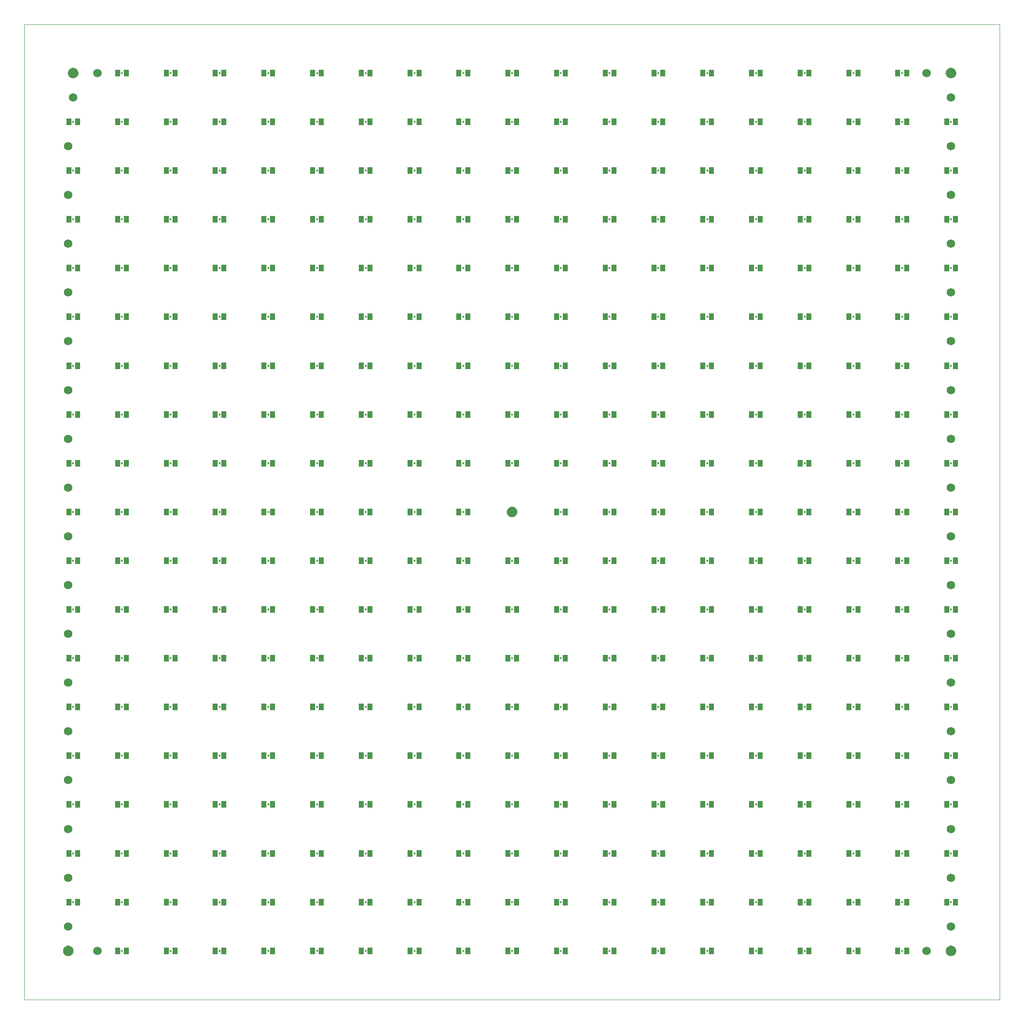
<source format=gbs>
G75*
%MOIN*%
%OFA0B0*%
%FSLAX25Y25*%
%IPPOS*%
%LPD*%
%AMOC8*
5,1,8,0,0,1.08239X$1,22.5*
%
%ADD10C,0.00000*%
%ADD11C,0.06800*%
%ADD12R,0.03950X0.05524*%
%ADD13C,0.01587*%
%ADD14C,0.00500*%
D10*
X0020779Y0001800D02*
X0020779Y0789202D01*
X0808180Y0789202D01*
X0808180Y0001800D01*
X0020779Y0001800D01*
D11*
X0056212Y0060855D03*
X0079834Y0041170D03*
X0056212Y0100225D03*
X0056212Y0139595D03*
X0056212Y0178965D03*
X0056212Y0218335D03*
X0056212Y0257706D03*
X0056212Y0297076D03*
X0056212Y0336446D03*
X0056212Y0375816D03*
X0056212Y0415186D03*
X0056212Y0454556D03*
X0056212Y0493926D03*
X0056212Y0533296D03*
X0056212Y0572666D03*
X0056212Y0612036D03*
X0056212Y0651406D03*
X0056212Y0690776D03*
X0060149Y0730146D03*
X0079834Y0749831D03*
X0749125Y0749831D03*
X0768810Y0730146D03*
X0768810Y0690776D03*
X0768810Y0651406D03*
X0768810Y0612036D03*
X0768810Y0572666D03*
X0768810Y0533296D03*
X0768810Y0493926D03*
X0768810Y0454556D03*
X0768810Y0415186D03*
X0768810Y0375816D03*
X0768810Y0336446D03*
X0768810Y0297076D03*
X0768810Y0257706D03*
X0768810Y0218335D03*
X0768810Y0178965D03*
X0768810Y0139595D03*
X0768810Y0100225D03*
X0768810Y0060855D03*
X0749125Y0041170D03*
D12*
X0732984Y0041170D03*
X0725897Y0041170D03*
X0693614Y0041170D03*
X0686527Y0041170D03*
X0654243Y0041170D03*
X0647157Y0041170D03*
X0614873Y0041170D03*
X0607787Y0041170D03*
X0575503Y0041170D03*
X0568417Y0041170D03*
X0536133Y0041170D03*
X0529047Y0041170D03*
X0496763Y0041170D03*
X0489677Y0041170D03*
X0457393Y0041170D03*
X0450306Y0041170D03*
X0418023Y0041170D03*
X0410936Y0041170D03*
X0378653Y0041170D03*
X0371566Y0041170D03*
X0339283Y0041170D03*
X0332196Y0041170D03*
X0299913Y0041170D03*
X0292826Y0041170D03*
X0260543Y0041170D03*
X0253456Y0041170D03*
X0221173Y0041170D03*
X0214086Y0041170D03*
X0181803Y0041170D03*
X0174716Y0041170D03*
X0142432Y0041170D03*
X0135346Y0041170D03*
X0103062Y0041170D03*
X0095976Y0041170D03*
X0095976Y0080540D03*
X0103062Y0080540D03*
X0135346Y0080540D03*
X0142432Y0080540D03*
X0174716Y0080540D03*
X0181803Y0080540D03*
X0214086Y0080540D03*
X0221173Y0080540D03*
X0253456Y0080540D03*
X0260543Y0080540D03*
X0292826Y0080540D03*
X0299913Y0080540D03*
X0332196Y0080540D03*
X0339283Y0080540D03*
X0371566Y0080540D03*
X0378653Y0080540D03*
X0410936Y0080540D03*
X0418023Y0080540D03*
X0450306Y0080540D03*
X0457393Y0080540D03*
X0489677Y0080540D03*
X0496763Y0080540D03*
X0529047Y0080540D03*
X0536133Y0080540D03*
X0568417Y0080540D03*
X0575503Y0080540D03*
X0607787Y0080540D03*
X0614873Y0080540D03*
X0647157Y0080540D03*
X0654243Y0080540D03*
X0686527Y0080540D03*
X0693614Y0080540D03*
X0725897Y0080540D03*
X0732984Y0080540D03*
X0765267Y0080540D03*
X0772354Y0080540D03*
X0772354Y0119910D03*
X0765267Y0119910D03*
X0732984Y0119910D03*
X0725897Y0119910D03*
X0693614Y0119910D03*
X0686527Y0119910D03*
X0654243Y0119910D03*
X0647157Y0119910D03*
X0614873Y0119910D03*
X0607787Y0119910D03*
X0575503Y0119910D03*
X0568417Y0119910D03*
X0536133Y0119910D03*
X0529047Y0119910D03*
X0496763Y0119910D03*
X0489677Y0119910D03*
X0457393Y0119910D03*
X0450306Y0119910D03*
X0418023Y0119910D03*
X0410936Y0119910D03*
X0378653Y0119910D03*
X0371566Y0119910D03*
X0339283Y0119910D03*
X0332196Y0119910D03*
X0299913Y0119910D03*
X0292826Y0119910D03*
X0260543Y0119910D03*
X0253456Y0119910D03*
X0221173Y0119910D03*
X0214086Y0119910D03*
X0181803Y0119910D03*
X0174716Y0119910D03*
X0142432Y0119910D03*
X0135346Y0119910D03*
X0103062Y0119910D03*
X0095976Y0119910D03*
X0063692Y0119910D03*
X0056606Y0119910D03*
X0056606Y0080540D03*
X0063692Y0080540D03*
X0063692Y0159280D03*
X0056606Y0159280D03*
X0095976Y0159280D03*
X0103062Y0159280D03*
X0135346Y0159280D03*
X0142432Y0159280D03*
X0174716Y0159280D03*
X0181803Y0159280D03*
X0214086Y0159280D03*
X0221173Y0159280D03*
X0253456Y0159280D03*
X0260543Y0159280D03*
X0292826Y0159280D03*
X0299913Y0159280D03*
X0332196Y0159280D03*
X0339283Y0159280D03*
X0371566Y0159280D03*
X0378653Y0159280D03*
X0410936Y0159280D03*
X0418023Y0159280D03*
X0450306Y0159280D03*
X0457393Y0159280D03*
X0489677Y0159280D03*
X0496763Y0159280D03*
X0529047Y0159280D03*
X0536133Y0159280D03*
X0568417Y0159280D03*
X0575503Y0159280D03*
X0607787Y0159280D03*
X0614873Y0159280D03*
X0647157Y0159280D03*
X0654243Y0159280D03*
X0686527Y0159280D03*
X0693614Y0159280D03*
X0725897Y0159280D03*
X0732984Y0159280D03*
X0765267Y0159280D03*
X0772354Y0159280D03*
X0772354Y0198650D03*
X0765267Y0198650D03*
X0732984Y0198650D03*
X0725897Y0198650D03*
X0693614Y0198650D03*
X0686527Y0198650D03*
X0654243Y0198650D03*
X0647157Y0198650D03*
X0614873Y0198650D03*
X0607787Y0198650D03*
X0575503Y0198650D03*
X0568417Y0198650D03*
X0536133Y0198650D03*
X0529047Y0198650D03*
X0496763Y0198650D03*
X0489677Y0198650D03*
X0457393Y0198650D03*
X0450306Y0198650D03*
X0418023Y0198650D03*
X0410936Y0198650D03*
X0378653Y0198650D03*
X0371566Y0198650D03*
X0339283Y0198650D03*
X0332196Y0198650D03*
X0299913Y0198650D03*
X0292826Y0198650D03*
X0260543Y0198650D03*
X0253456Y0198650D03*
X0221173Y0198650D03*
X0214086Y0198650D03*
X0181803Y0198650D03*
X0174716Y0198650D03*
X0142432Y0198650D03*
X0135346Y0198650D03*
X0103062Y0198650D03*
X0095976Y0198650D03*
X0063692Y0198650D03*
X0056606Y0198650D03*
X0056606Y0238020D03*
X0063692Y0238020D03*
X0095976Y0238020D03*
X0103062Y0238020D03*
X0135346Y0238020D03*
X0142432Y0238020D03*
X0174716Y0238020D03*
X0181803Y0238020D03*
X0214086Y0238020D03*
X0221173Y0238020D03*
X0253456Y0238020D03*
X0260543Y0238020D03*
X0292826Y0238020D03*
X0299913Y0238020D03*
X0332196Y0238020D03*
X0339283Y0238020D03*
X0371566Y0238020D03*
X0378653Y0238020D03*
X0410936Y0238020D03*
X0418023Y0238020D03*
X0450306Y0238020D03*
X0457393Y0238020D03*
X0489677Y0238020D03*
X0496763Y0238020D03*
X0529047Y0238020D03*
X0536133Y0238020D03*
X0568417Y0238020D03*
X0575503Y0238020D03*
X0607787Y0238020D03*
X0614873Y0238020D03*
X0647157Y0238020D03*
X0654243Y0238020D03*
X0686527Y0238020D03*
X0693614Y0238020D03*
X0725897Y0238020D03*
X0732984Y0238020D03*
X0765267Y0238020D03*
X0772354Y0238020D03*
X0772354Y0277391D03*
X0765267Y0277391D03*
X0732984Y0277391D03*
X0725897Y0277391D03*
X0693614Y0277391D03*
X0686527Y0277391D03*
X0654243Y0277391D03*
X0647157Y0277391D03*
X0614873Y0277391D03*
X0607787Y0277391D03*
X0575503Y0277391D03*
X0568417Y0277391D03*
X0536133Y0277391D03*
X0529047Y0277391D03*
X0496763Y0277391D03*
X0489677Y0277391D03*
X0457393Y0277391D03*
X0450306Y0277391D03*
X0418023Y0277391D03*
X0410936Y0277391D03*
X0378653Y0277391D03*
X0371566Y0277391D03*
X0339283Y0277391D03*
X0332196Y0277391D03*
X0299913Y0277391D03*
X0292826Y0277391D03*
X0260543Y0277391D03*
X0253456Y0277391D03*
X0221173Y0277391D03*
X0214086Y0277391D03*
X0181803Y0277391D03*
X0174716Y0277391D03*
X0142432Y0277391D03*
X0135346Y0277391D03*
X0103062Y0277391D03*
X0095976Y0277391D03*
X0063692Y0277391D03*
X0056606Y0277391D03*
X0056606Y0316761D03*
X0063692Y0316761D03*
X0095976Y0316761D03*
X0103062Y0316761D03*
X0135346Y0316761D03*
X0142432Y0316761D03*
X0174716Y0316761D03*
X0181803Y0316761D03*
X0214086Y0316761D03*
X0221173Y0316761D03*
X0253456Y0316761D03*
X0260543Y0316761D03*
X0292826Y0316761D03*
X0299913Y0316761D03*
X0332196Y0316761D03*
X0339283Y0316761D03*
X0371566Y0316761D03*
X0378653Y0316761D03*
X0410936Y0316761D03*
X0418023Y0316761D03*
X0450306Y0316761D03*
X0457393Y0316761D03*
X0489677Y0316761D03*
X0496763Y0316761D03*
X0529047Y0316761D03*
X0536133Y0316761D03*
X0568417Y0316761D03*
X0575503Y0316761D03*
X0607787Y0316761D03*
X0614873Y0316761D03*
X0647157Y0316761D03*
X0654243Y0316761D03*
X0686527Y0316761D03*
X0693614Y0316761D03*
X0725897Y0316761D03*
X0732984Y0316761D03*
X0765267Y0316761D03*
X0772354Y0316761D03*
X0772354Y0356131D03*
X0765267Y0356131D03*
X0732984Y0356131D03*
X0725897Y0356131D03*
X0693614Y0356131D03*
X0686527Y0356131D03*
X0654243Y0356131D03*
X0647157Y0356131D03*
X0614873Y0356131D03*
X0607787Y0356131D03*
X0575503Y0356131D03*
X0568417Y0356131D03*
X0536133Y0356131D03*
X0529047Y0356131D03*
X0496763Y0356131D03*
X0489677Y0356131D03*
X0457393Y0356131D03*
X0450306Y0356131D03*
X0418023Y0356131D03*
X0410936Y0356131D03*
X0378653Y0356131D03*
X0371566Y0356131D03*
X0339283Y0356131D03*
X0332196Y0356131D03*
X0299913Y0356131D03*
X0292826Y0356131D03*
X0260543Y0356131D03*
X0253456Y0356131D03*
X0221173Y0356131D03*
X0214086Y0356131D03*
X0181803Y0356131D03*
X0174716Y0356131D03*
X0142432Y0356131D03*
X0135346Y0356131D03*
X0103062Y0356131D03*
X0095976Y0356131D03*
X0063692Y0356131D03*
X0056606Y0356131D03*
X0056606Y0395501D03*
X0063692Y0395501D03*
X0095976Y0395501D03*
X0103062Y0395501D03*
X0135346Y0395501D03*
X0142432Y0395501D03*
X0174716Y0395501D03*
X0181803Y0395501D03*
X0214086Y0395501D03*
X0221173Y0395501D03*
X0253456Y0395501D03*
X0260543Y0395501D03*
X0292826Y0395501D03*
X0299913Y0395501D03*
X0332196Y0395501D03*
X0339283Y0395501D03*
X0371566Y0395501D03*
X0378653Y0395501D03*
X0378653Y0434871D03*
X0371566Y0434871D03*
X0339283Y0434871D03*
X0332196Y0434871D03*
X0299913Y0434871D03*
X0292826Y0434871D03*
X0260543Y0434871D03*
X0253456Y0434871D03*
X0221173Y0434871D03*
X0214086Y0434871D03*
X0181803Y0434871D03*
X0174716Y0434871D03*
X0142432Y0434871D03*
X0135346Y0434871D03*
X0103062Y0434871D03*
X0095976Y0434871D03*
X0063692Y0434871D03*
X0056606Y0434871D03*
X0056606Y0474241D03*
X0063692Y0474241D03*
X0095976Y0474241D03*
X0103062Y0474241D03*
X0135346Y0474241D03*
X0142432Y0474241D03*
X0174716Y0474241D03*
X0181803Y0474241D03*
X0214086Y0474241D03*
X0221173Y0474241D03*
X0253456Y0474241D03*
X0260543Y0474241D03*
X0292826Y0474241D03*
X0299913Y0474241D03*
X0332196Y0474241D03*
X0339283Y0474241D03*
X0371566Y0474241D03*
X0378653Y0474241D03*
X0410936Y0474241D03*
X0418023Y0474241D03*
X0450306Y0474241D03*
X0457393Y0474241D03*
X0489677Y0474241D03*
X0496763Y0474241D03*
X0529047Y0474241D03*
X0536133Y0474241D03*
X0568417Y0474241D03*
X0575503Y0474241D03*
X0607787Y0474241D03*
X0614873Y0474241D03*
X0647157Y0474241D03*
X0654243Y0474241D03*
X0686527Y0474241D03*
X0693614Y0474241D03*
X0725897Y0474241D03*
X0732984Y0474241D03*
X0765267Y0474241D03*
X0772354Y0474241D03*
X0772354Y0513611D03*
X0765267Y0513611D03*
X0732984Y0513611D03*
X0725897Y0513611D03*
X0693614Y0513611D03*
X0686527Y0513611D03*
X0654243Y0513611D03*
X0647157Y0513611D03*
X0614873Y0513611D03*
X0607787Y0513611D03*
X0575503Y0513611D03*
X0568417Y0513611D03*
X0536133Y0513611D03*
X0529047Y0513611D03*
X0496763Y0513611D03*
X0489677Y0513611D03*
X0457393Y0513611D03*
X0450306Y0513611D03*
X0418023Y0513611D03*
X0410936Y0513611D03*
X0378653Y0513611D03*
X0371566Y0513611D03*
X0339283Y0513611D03*
X0332196Y0513611D03*
X0299913Y0513611D03*
X0292826Y0513611D03*
X0260543Y0513611D03*
X0253456Y0513611D03*
X0221173Y0513611D03*
X0214086Y0513611D03*
X0181803Y0513611D03*
X0174716Y0513611D03*
X0142432Y0513611D03*
X0135346Y0513611D03*
X0103062Y0513611D03*
X0095976Y0513611D03*
X0063692Y0513611D03*
X0056606Y0513611D03*
X0056606Y0552981D03*
X0063692Y0552981D03*
X0095976Y0552981D03*
X0103062Y0552981D03*
X0135346Y0552981D03*
X0142432Y0552981D03*
X0174716Y0552981D03*
X0181803Y0552981D03*
X0214086Y0552981D03*
X0221173Y0552981D03*
X0253456Y0552981D03*
X0260543Y0552981D03*
X0292826Y0552981D03*
X0299913Y0552981D03*
X0332196Y0552981D03*
X0339283Y0552981D03*
X0371566Y0552981D03*
X0378653Y0552981D03*
X0410936Y0552981D03*
X0418023Y0552981D03*
X0450306Y0552981D03*
X0457393Y0552981D03*
X0489677Y0552981D03*
X0496763Y0552981D03*
X0529047Y0552981D03*
X0536133Y0552981D03*
X0568417Y0552981D03*
X0575503Y0552981D03*
X0607787Y0552981D03*
X0614873Y0552981D03*
X0647157Y0552981D03*
X0654243Y0552981D03*
X0686527Y0552981D03*
X0693614Y0552981D03*
X0725897Y0552981D03*
X0732984Y0552981D03*
X0765267Y0552981D03*
X0772354Y0552981D03*
X0772354Y0592351D03*
X0765267Y0592351D03*
X0732984Y0592351D03*
X0725897Y0592351D03*
X0693614Y0592351D03*
X0686527Y0592351D03*
X0654243Y0592351D03*
X0647157Y0592351D03*
X0614873Y0592351D03*
X0607787Y0592351D03*
X0575503Y0592351D03*
X0568417Y0592351D03*
X0536133Y0592351D03*
X0529047Y0592351D03*
X0496763Y0592351D03*
X0489677Y0592351D03*
X0457393Y0592351D03*
X0450306Y0592351D03*
X0418023Y0592351D03*
X0410936Y0592351D03*
X0378653Y0592351D03*
X0371566Y0592351D03*
X0339283Y0592351D03*
X0332196Y0592351D03*
X0299913Y0592351D03*
X0292826Y0592351D03*
X0260543Y0592351D03*
X0253456Y0592351D03*
X0221173Y0592351D03*
X0214086Y0592351D03*
X0181803Y0592351D03*
X0174716Y0592351D03*
X0142432Y0592351D03*
X0135346Y0592351D03*
X0103062Y0592351D03*
X0095976Y0592351D03*
X0063692Y0592351D03*
X0056606Y0592351D03*
X0056606Y0631721D03*
X0063692Y0631721D03*
X0095976Y0631721D03*
X0103062Y0631721D03*
X0135346Y0631721D03*
X0142432Y0631721D03*
X0174716Y0631721D03*
X0181803Y0631721D03*
X0214086Y0631721D03*
X0221173Y0631721D03*
X0253456Y0631721D03*
X0260543Y0631721D03*
X0292826Y0631721D03*
X0299913Y0631721D03*
X0332196Y0631721D03*
X0339283Y0631721D03*
X0371566Y0631721D03*
X0378653Y0631721D03*
X0410936Y0631721D03*
X0418023Y0631721D03*
X0450306Y0631721D03*
X0457393Y0631721D03*
X0489677Y0631721D03*
X0496763Y0631721D03*
X0529047Y0631721D03*
X0536133Y0631721D03*
X0568417Y0631721D03*
X0575503Y0631721D03*
X0607787Y0631721D03*
X0614873Y0631721D03*
X0647157Y0631721D03*
X0654243Y0631721D03*
X0686527Y0631721D03*
X0693614Y0631721D03*
X0725897Y0631721D03*
X0732984Y0631721D03*
X0765267Y0631721D03*
X0772354Y0631721D03*
X0772354Y0671091D03*
X0765267Y0671091D03*
X0732984Y0671091D03*
X0725897Y0671091D03*
X0693614Y0671091D03*
X0686527Y0671091D03*
X0654243Y0671091D03*
X0647157Y0671091D03*
X0614873Y0671091D03*
X0607787Y0671091D03*
X0575503Y0671091D03*
X0568417Y0671091D03*
X0536133Y0671091D03*
X0529047Y0671091D03*
X0496763Y0671091D03*
X0489677Y0671091D03*
X0457393Y0671091D03*
X0450306Y0671091D03*
X0418023Y0671091D03*
X0410936Y0671091D03*
X0378653Y0671091D03*
X0371566Y0671091D03*
X0339283Y0671091D03*
X0332196Y0671091D03*
X0299913Y0671091D03*
X0292826Y0671091D03*
X0260543Y0671091D03*
X0253456Y0671091D03*
X0221173Y0671091D03*
X0214086Y0671091D03*
X0181803Y0671091D03*
X0174716Y0671091D03*
X0142432Y0671091D03*
X0135346Y0671091D03*
X0103062Y0671091D03*
X0095976Y0671091D03*
X0063692Y0671091D03*
X0056606Y0671091D03*
X0056606Y0710461D03*
X0063692Y0710461D03*
X0095976Y0710461D03*
X0103062Y0710461D03*
X0135346Y0710461D03*
X0142432Y0710461D03*
X0174716Y0710461D03*
X0181803Y0710461D03*
X0214086Y0710461D03*
X0221173Y0710461D03*
X0253456Y0710461D03*
X0260543Y0710461D03*
X0292826Y0710461D03*
X0299913Y0710461D03*
X0332196Y0710461D03*
X0339283Y0710461D03*
X0371566Y0710461D03*
X0378653Y0710461D03*
X0410936Y0710461D03*
X0418023Y0710461D03*
X0450306Y0710461D03*
X0457393Y0710461D03*
X0489677Y0710461D03*
X0496763Y0710461D03*
X0529047Y0710461D03*
X0536133Y0710461D03*
X0568417Y0710461D03*
X0575503Y0710461D03*
X0607787Y0710461D03*
X0614873Y0710461D03*
X0647157Y0710461D03*
X0654243Y0710461D03*
X0686527Y0710461D03*
X0693614Y0710461D03*
X0725897Y0710461D03*
X0732984Y0710461D03*
X0765267Y0710461D03*
X0772354Y0710461D03*
X0732984Y0749831D03*
X0725897Y0749831D03*
X0693614Y0749831D03*
X0686527Y0749831D03*
X0654243Y0749831D03*
X0647157Y0749831D03*
X0614873Y0749831D03*
X0607787Y0749831D03*
X0575503Y0749831D03*
X0568417Y0749831D03*
X0536133Y0749831D03*
X0529047Y0749831D03*
X0496763Y0749831D03*
X0489677Y0749831D03*
X0457393Y0749831D03*
X0450306Y0749831D03*
X0418023Y0749831D03*
X0410936Y0749831D03*
X0378653Y0749831D03*
X0371566Y0749831D03*
X0339283Y0749831D03*
X0332196Y0749831D03*
X0299913Y0749831D03*
X0292826Y0749831D03*
X0260543Y0749831D03*
X0253456Y0749831D03*
X0221173Y0749831D03*
X0214086Y0749831D03*
X0181803Y0749831D03*
X0174716Y0749831D03*
X0142432Y0749831D03*
X0135346Y0749831D03*
X0103062Y0749831D03*
X0095976Y0749831D03*
X0410936Y0434871D03*
X0418023Y0434871D03*
X0450306Y0434871D03*
X0457393Y0434871D03*
X0489677Y0434871D03*
X0496763Y0434871D03*
X0529047Y0434871D03*
X0536133Y0434871D03*
X0568417Y0434871D03*
X0575503Y0434871D03*
X0607787Y0434871D03*
X0614873Y0434871D03*
X0647157Y0434871D03*
X0654243Y0434871D03*
X0686527Y0434871D03*
X0693614Y0434871D03*
X0725897Y0434871D03*
X0732984Y0434871D03*
X0765267Y0434871D03*
X0772354Y0434871D03*
X0772354Y0395501D03*
X0765267Y0395501D03*
X0732984Y0395501D03*
X0725897Y0395501D03*
X0693614Y0395501D03*
X0686527Y0395501D03*
X0654243Y0395501D03*
X0647157Y0395501D03*
X0614873Y0395501D03*
X0607787Y0395501D03*
X0575503Y0395501D03*
X0568417Y0395501D03*
X0536133Y0395501D03*
X0529047Y0395501D03*
X0496763Y0395501D03*
X0489677Y0395501D03*
X0457393Y0395501D03*
X0450306Y0395501D03*
D13*
X0453850Y0395501D03*
X0493220Y0395501D03*
X0493220Y0434871D03*
X0453850Y0434871D03*
X0453850Y0474241D03*
X0493220Y0474241D03*
X0532590Y0474241D03*
X0571960Y0474241D03*
X0571960Y0513611D03*
X0611330Y0513611D03*
X0611330Y0474241D03*
X0611330Y0434871D03*
X0611330Y0395501D03*
X0571960Y0395501D03*
X0571960Y0434871D03*
X0532590Y0434871D03*
X0532590Y0395501D03*
X0532590Y0356131D03*
X0571960Y0356131D03*
X0611330Y0356131D03*
X0650700Y0356131D03*
X0650700Y0395501D03*
X0650700Y0434871D03*
X0650700Y0474241D03*
X0650700Y0513611D03*
X0650700Y0552981D03*
X0611330Y0552981D03*
X0571960Y0552981D03*
X0532590Y0552981D03*
X0532590Y0513611D03*
X0493220Y0513611D03*
X0453850Y0513611D03*
X0453850Y0552981D03*
X0493220Y0552981D03*
X0493220Y0592351D03*
X0453850Y0592351D03*
X0453850Y0631721D03*
X0493220Y0631721D03*
X0532590Y0631721D03*
X0532590Y0592351D03*
X0571960Y0592351D03*
X0611330Y0592351D03*
X0650700Y0592351D03*
X0690070Y0592351D03*
X0690070Y0552981D03*
X0690070Y0513611D03*
X0690070Y0474241D03*
X0690070Y0434871D03*
X0690070Y0395501D03*
X0690070Y0356131D03*
X0729440Y0356131D03*
X0768810Y0356131D03*
X0768810Y0395501D03*
X0729440Y0395501D03*
X0729440Y0434871D03*
X0768810Y0434871D03*
X0768810Y0474241D03*
X0729440Y0474241D03*
X0729440Y0513611D03*
X0768810Y0513611D03*
X0768810Y0552981D03*
X0729440Y0552981D03*
X0729440Y0592351D03*
X0768810Y0592351D03*
X0768810Y0631721D03*
X0729440Y0631721D03*
X0690070Y0631721D03*
X0650700Y0631721D03*
X0611330Y0631721D03*
X0571960Y0631721D03*
X0571960Y0671091D03*
X0611330Y0671091D03*
X0650700Y0671091D03*
X0690070Y0671091D03*
X0729440Y0671091D03*
X0768810Y0671091D03*
X0768810Y0710461D03*
X0729440Y0710461D03*
X0690070Y0710461D03*
X0650700Y0710461D03*
X0611330Y0710461D03*
X0571960Y0710461D03*
X0532590Y0710461D03*
X0532590Y0671091D03*
X0493220Y0671091D03*
X0453850Y0671091D03*
X0414480Y0671091D03*
X0414480Y0631721D03*
X0414480Y0592351D03*
X0414480Y0552981D03*
X0414480Y0513611D03*
X0414480Y0474241D03*
X0414480Y0434871D03*
X0375110Y0434871D03*
X0375110Y0395501D03*
X0375110Y0356131D03*
X0414480Y0356131D03*
X0453850Y0356131D03*
X0493220Y0356131D03*
X0493220Y0316761D03*
X0453850Y0316761D03*
X0414480Y0316761D03*
X0375110Y0316761D03*
X0375110Y0277391D03*
X0414480Y0277391D03*
X0453850Y0277391D03*
X0493220Y0277391D03*
X0532590Y0277391D03*
X0532590Y0316761D03*
X0571960Y0316761D03*
X0611330Y0316761D03*
X0650700Y0316761D03*
X0690070Y0316761D03*
X0729440Y0316761D03*
X0768810Y0316761D03*
X0768810Y0277391D03*
X0729440Y0277391D03*
X0690070Y0277391D03*
X0650700Y0277391D03*
X0611330Y0277391D03*
X0571960Y0277391D03*
X0571960Y0238020D03*
X0571960Y0198650D03*
X0571960Y0159280D03*
X0571960Y0119910D03*
X0571960Y0080540D03*
X0571960Y0041170D03*
X0611330Y0041170D03*
X0611330Y0080540D03*
X0650700Y0080540D03*
X0650700Y0041170D03*
X0690070Y0041170D03*
X0690070Y0080540D03*
X0690070Y0119910D03*
X0650700Y0119910D03*
X0611330Y0119910D03*
X0611330Y0159280D03*
X0650700Y0159280D03*
X0690070Y0159280D03*
X0729440Y0159280D03*
X0768810Y0159280D03*
X0768810Y0119910D03*
X0729440Y0119910D03*
X0729440Y0080540D03*
X0768810Y0080540D03*
X0729440Y0041170D03*
X0729440Y0198650D03*
X0768810Y0198650D03*
X0768810Y0238020D03*
X0729440Y0238020D03*
X0690070Y0238020D03*
X0690070Y0198650D03*
X0650700Y0198650D03*
X0611330Y0198650D03*
X0611330Y0238020D03*
X0650700Y0238020D03*
X0532590Y0238020D03*
X0532590Y0198650D03*
X0532590Y0159280D03*
X0532590Y0119910D03*
X0532590Y0080540D03*
X0532590Y0041170D03*
X0493220Y0041170D03*
X0453850Y0041170D03*
X0453850Y0080540D03*
X0493220Y0080540D03*
X0493220Y0119910D03*
X0453850Y0119910D03*
X0453850Y0159280D03*
X0493220Y0159280D03*
X0493220Y0198650D03*
X0453850Y0198650D03*
X0414480Y0198650D03*
X0414480Y0159280D03*
X0414480Y0119910D03*
X0414480Y0080540D03*
X0414480Y0041170D03*
X0375110Y0041170D03*
X0375110Y0080540D03*
X0375110Y0119910D03*
X0375110Y0159280D03*
X0375110Y0198650D03*
X0375110Y0238020D03*
X0414480Y0238020D03*
X0453850Y0238020D03*
X0493220Y0238020D03*
X0335740Y0238020D03*
X0335740Y0198650D03*
X0335740Y0159280D03*
X0335740Y0119910D03*
X0335740Y0080540D03*
X0335740Y0041170D03*
X0296369Y0041170D03*
X0256999Y0041170D03*
X0217629Y0041170D03*
X0178259Y0041170D03*
X0138889Y0041170D03*
X0099519Y0041170D03*
X0099519Y0080540D03*
X0060149Y0080540D03*
X0060149Y0119910D03*
X0099519Y0119910D03*
X0138889Y0119910D03*
X0138889Y0080540D03*
X0178259Y0080540D03*
X0217629Y0080540D03*
X0217629Y0119910D03*
X0178259Y0119910D03*
X0178259Y0159280D03*
X0217629Y0159280D03*
X0256999Y0159280D03*
X0256999Y0119910D03*
X0256999Y0080540D03*
X0296369Y0080540D03*
X0296369Y0119910D03*
X0296369Y0159280D03*
X0296369Y0198650D03*
X0256999Y0198650D03*
X0217629Y0198650D03*
X0178259Y0198650D03*
X0138889Y0198650D03*
X0138889Y0159280D03*
X0099519Y0159280D03*
X0060149Y0159280D03*
X0060149Y0198650D03*
X0099519Y0198650D03*
X0099519Y0238020D03*
X0060149Y0238020D03*
X0060149Y0277391D03*
X0060149Y0316761D03*
X0060149Y0356131D03*
X0060149Y0395501D03*
X0060149Y0434871D03*
X0060149Y0474241D03*
X0060149Y0513611D03*
X0099519Y0513611D03*
X0099519Y0474241D03*
X0099519Y0434871D03*
X0099519Y0395501D03*
X0138889Y0395501D03*
X0138889Y0434871D03*
X0138889Y0474241D03*
X0138889Y0513611D03*
X0138889Y0552981D03*
X0099519Y0552981D03*
X0060149Y0552981D03*
X0060149Y0592351D03*
X0099519Y0592351D03*
X0138889Y0592351D03*
X0178259Y0592351D03*
X0217629Y0592351D03*
X0217629Y0552981D03*
X0178259Y0552981D03*
X0178259Y0513611D03*
X0217629Y0513611D03*
X0217629Y0474241D03*
X0178259Y0474241D03*
X0178259Y0434871D03*
X0178259Y0395501D03*
X0217629Y0395501D03*
X0217629Y0434871D03*
X0256999Y0434871D03*
X0256999Y0395501D03*
X0256999Y0356131D03*
X0217629Y0356131D03*
X0178259Y0356131D03*
X0138889Y0356131D03*
X0099519Y0356131D03*
X0099519Y0316761D03*
X0138889Y0316761D03*
X0178259Y0316761D03*
X0217629Y0316761D03*
X0256999Y0316761D03*
X0296369Y0316761D03*
X0296369Y0356131D03*
X0296369Y0395501D03*
X0296369Y0434871D03*
X0296369Y0474241D03*
X0256999Y0474241D03*
X0256999Y0513611D03*
X0256999Y0552981D03*
X0256999Y0592351D03*
X0256999Y0631721D03*
X0217629Y0631721D03*
X0178259Y0631721D03*
X0138889Y0631721D03*
X0099519Y0631721D03*
X0060149Y0631721D03*
X0060149Y0671091D03*
X0099519Y0671091D03*
X0138889Y0671091D03*
X0178259Y0671091D03*
X0217629Y0671091D03*
X0256999Y0671091D03*
X0256999Y0710461D03*
X0217629Y0710461D03*
X0178259Y0710461D03*
X0138889Y0710461D03*
X0099519Y0710461D03*
X0060149Y0710461D03*
X0099519Y0749831D03*
X0138889Y0749831D03*
X0178259Y0749831D03*
X0217629Y0749831D03*
X0256999Y0749831D03*
X0296369Y0749831D03*
X0296369Y0710461D03*
X0296369Y0671091D03*
X0296369Y0631721D03*
X0296369Y0592351D03*
X0296369Y0552981D03*
X0296369Y0513611D03*
X0335740Y0513611D03*
X0375110Y0513611D03*
X0375110Y0474241D03*
X0335740Y0474241D03*
X0335740Y0434871D03*
X0335740Y0395501D03*
X0335740Y0356131D03*
X0335740Y0316761D03*
X0335740Y0277391D03*
X0296369Y0277391D03*
X0256999Y0277391D03*
X0217629Y0277391D03*
X0178259Y0277391D03*
X0138889Y0277391D03*
X0099519Y0277391D03*
X0138889Y0238020D03*
X0178259Y0238020D03*
X0217629Y0238020D03*
X0256999Y0238020D03*
X0296369Y0238020D03*
X0335740Y0552981D03*
X0375110Y0552981D03*
X0375110Y0592351D03*
X0375110Y0631721D03*
X0375110Y0671091D03*
X0375110Y0710461D03*
X0414480Y0710461D03*
X0453850Y0710461D03*
X0493220Y0710461D03*
X0493220Y0749831D03*
X0453850Y0749831D03*
X0414480Y0749831D03*
X0375110Y0749831D03*
X0335740Y0749831D03*
X0335740Y0710461D03*
X0335740Y0671091D03*
X0335740Y0631721D03*
X0335740Y0592351D03*
X0532590Y0749831D03*
X0571960Y0749831D03*
X0611330Y0749831D03*
X0650700Y0749831D03*
X0690070Y0749831D03*
X0729440Y0749831D03*
D14*
X0764873Y0749831D02*
X0764933Y0750515D01*
X0765111Y0751178D01*
X0765401Y0751800D01*
X0765794Y0752362D01*
X0766280Y0752847D01*
X0766842Y0753241D01*
X0767464Y0753531D01*
X0768127Y0753709D01*
X0768810Y0753769D01*
X0769494Y0753709D01*
X0770157Y0753531D01*
X0770779Y0753241D01*
X0771341Y0752847D01*
X0771826Y0752362D01*
X0772220Y0751800D01*
X0772510Y0751178D01*
X0772688Y0750515D01*
X0772747Y0749831D01*
X0772688Y0749148D01*
X0772510Y0748485D01*
X0772220Y0747863D01*
X0771826Y0747301D01*
X0771341Y0746816D01*
X0770779Y0746422D01*
X0770157Y0746132D01*
X0769494Y0745954D01*
X0768810Y0745894D01*
X0768127Y0745954D01*
X0767464Y0746132D01*
X0766842Y0746422D01*
X0766280Y0746816D01*
X0765794Y0747301D01*
X0765401Y0747863D01*
X0765111Y0748485D01*
X0764933Y0749148D01*
X0764873Y0749831D01*
X0764883Y0749942D02*
X0772738Y0749942D01*
X0772713Y0749444D02*
X0764907Y0749444D01*
X0764987Y0748945D02*
X0772633Y0748945D01*
X0772492Y0748447D02*
X0765129Y0748447D01*
X0765361Y0747948D02*
X0772260Y0747948D01*
X0771931Y0747450D02*
X0765690Y0747450D01*
X0766144Y0746951D02*
X0771477Y0746951D01*
X0770823Y0746453D02*
X0766798Y0746453D01*
X0768127Y0745954D02*
X0769493Y0745954D01*
X0772694Y0750441D02*
X0764927Y0750441D01*
X0765047Y0750939D02*
X0772574Y0750939D01*
X0772389Y0751438D02*
X0765232Y0751438D01*
X0765496Y0751936D02*
X0772124Y0751936D01*
X0771754Y0752435D02*
X0765867Y0752435D01*
X0766403Y0752933D02*
X0771218Y0752933D01*
X0770370Y0753432D02*
X0767251Y0753432D01*
X0417010Y0398517D02*
X0417496Y0398031D01*
X0417889Y0397469D01*
X0418179Y0396847D01*
X0418357Y0396184D01*
X0418417Y0395501D01*
X0410543Y0395501D01*
X0410602Y0396184D01*
X0410780Y0396847D01*
X0411070Y0397469D01*
X0411464Y0398031D01*
X0411949Y0398517D01*
X0412511Y0398910D01*
X0413133Y0399200D01*
X0413796Y0399378D01*
X0414480Y0399438D01*
X0415163Y0399378D01*
X0415826Y0399200D01*
X0416448Y0398910D01*
X0417010Y0398517D01*
X0417035Y0398492D02*
X0411924Y0398492D01*
X0411437Y0397993D02*
X0417522Y0397993D01*
X0417871Y0397495D02*
X0411088Y0397495D01*
X0410850Y0396996D02*
X0418110Y0396996D01*
X0418273Y0396498D02*
X0410686Y0396498D01*
X0410586Y0395999D02*
X0418373Y0395999D01*
X0418417Y0395501D02*
X0418357Y0394817D01*
X0418179Y0394154D01*
X0417889Y0393532D01*
X0417496Y0392970D01*
X0417010Y0392485D01*
X0416448Y0392091D01*
X0415826Y0391801D01*
X0415163Y0391624D01*
X0414480Y0391564D01*
X0413796Y0391624D01*
X0413133Y0391801D01*
X0412511Y0392091D01*
X0411949Y0392485D01*
X0411464Y0392970D01*
X0411070Y0393532D01*
X0410780Y0394154D01*
X0410602Y0394817D01*
X0410543Y0395501D01*
X0410586Y0395002D02*
X0418373Y0395002D01*
X0418273Y0394504D02*
X0410686Y0394504D01*
X0410850Y0394005D02*
X0418110Y0394005D01*
X0417871Y0393507D02*
X0411088Y0393507D01*
X0411437Y0393008D02*
X0417522Y0393008D01*
X0417035Y0392510D02*
X0411924Y0392510D01*
X0412683Y0392011D02*
X0416277Y0392011D01*
X0416277Y0398990D02*
X0412683Y0398990D01*
X0063165Y0747301D02*
X0062680Y0746816D01*
X0062117Y0746422D01*
X0061495Y0746132D01*
X0060833Y0745954D01*
X0060149Y0745894D01*
X0059465Y0745954D01*
X0058802Y0746132D01*
X0058180Y0746422D01*
X0057618Y0746816D01*
X0057133Y0747301D01*
X0056739Y0747863D01*
X0056449Y0748485D01*
X0056272Y0749148D01*
X0056212Y0749831D01*
X0056272Y0750515D01*
X0056449Y0751178D01*
X0056739Y0751800D01*
X0057133Y0752362D01*
X0057618Y0752847D01*
X0058180Y0753241D01*
X0058802Y0753531D01*
X0059465Y0753709D01*
X0060149Y0753769D01*
X0060833Y0753709D01*
X0061495Y0753531D01*
X0062117Y0753241D01*
X0062680Y0752847D01*
X0063165Y0752362D01*
X0063559Y0751800D01*
X0063849Y0751178D01*
X0064026Y0750515D01*
X0064086Y0749831D01*
X0064026Y0749148D01*
X0063849Y0748485D01*
X0063559Y0747863D01*
X0063165Y0747301D01*
X0063269Y0747450D02*
X0057029Y0747450D01*
X0056700Y0747948D02*
X0063598Y0747948D01*
X0063831Y0748447D02*
X0056467Y0748447D01*
X0056326Y0748945D02*
X0063972Y0748945D01*
X0064052Y0749444D02*
X0056246Y0749444D01*
X0056222Y0749942D02*
X0064076Y0749942D01*
X0064033Y0750441D02*
X0056265Y0750441D01*
X0056385Y0750939D02*
X0063912Y0750939D01*
X0063727Y0751438D02*
X0056571Y0751438D01*
X0056835Y0751936D02*
X0063463Y0751936D01*
X0063092Y0752435D02*
X0057206Y0752435D01*
X0057741Y0752933D02*
X0062557Y0752933D01*
X0061708Y0753432D02*
X0058590Y0753432D01*
X0057483Y0746951D02*
X0062815Y0746951D01*
X0062161Y0746453D02*
X0058136Y0746453D01*
X0059466Y0745954D02*
X0060832Y0745954D01*
X0056212Y0045107D02*
X0056896Y0045047D01*
X0057558Y0044870D01*
X0058180Y0044580D01*
X0058743Y0044186D01*
X0059228Y0043701D01*
X0059622Y0043139D01*
X0059912Y0042517D01*
X0060089Y0041854D01*
X0060149Y0041170D01*
X0060089Y0040486D01*
X0059912Y0039824D01*
X0059622Y0039202D01*
X0059228Y0038639D01*
X0058743Y0038154D01*
X0058180Y0037761D01*
X0057558Y0037470D01*
X0056896Y0037293D01*
X0056212Y0037233D01*
X0055528Y0037293D01*
X0054865Y0037470D01*
X0054243Y0037761D01*
X0053681Y0038154D01*
X0053196Y0038639D01*
X0052802Y0039202D01*
X0052512Y0039824D01*
X0052335Y0040486D01*
X0052275Y0041170D01*
X0052335Y0041854D01*
X0052512Y0042517D01*
X0052802Y0043139D01*
X0053196Y0043701D01*
X0053681Y0044186D01*
X0054243Y0044580D01*
X0054865Y0044870D01*
X0055528Y0045047D01*
X0056212Y0045107D01*
X0055529Y0045047D02*
X0056895Y0045047D01*
X0058224Y0044549D02*
X0054199Y0044549D01*
X0053546Y0044050D02*
X0058878Y0044050D01*
X0059332Y0043552D02*
X0053092Y0043552D01*
X0052763Y0043053D02*
X0059661Y0043053D01*
X0059894Y0042555D02*
X0052530Y0042555D01*
X0052389Y0042056D02*
X0060035Y0042056D01*
X0060115Y0041558D02*
X0052309Y0041558D01*
X0052285Y0041059D02*
X0060139Y0041059D01*
X0060096Y0040561D02*
X0052328Y0040561D01*
X0052448Y0040062D02*
X0059975Y0040062D01*
X0059790Y0039564D02*
X0052634Y0039564D01*
X0052898Y0039065D02*
X0059526Y0039065D01*
X0059155Y0038567D02*
X0053269Y0038567D01*
X0053804Y0038068D02*
X0058620Y0038068D01*
X0057771Y0037570D02*
X0054653Y0037570D01*
X0764873Y0041170D02*
X0764933Y0041854D01*
X0765111Y0042517D01*
X0765401Y0043139D01*
X0765794Y0043701D01*
X0766280Y0044186D01*
X0766842Y0044580D01*
X0767464Y0044870D01*
X0768127Y0045047D01*
X0768810Y0045107D01*
X0769494Y0045047D01*
X0770157Y0044870D01*
X0770779Y0044580D01*
X0771341Y0044186D01*
X0771826Y0043701D01*
X0772220Y0043139D01*
X0772510Y0042517D01*
X0772688Y0041854D01*
X0772747Y0041170D01*
X0772688Y0040486D01*
X0772510Y0039824D01*
X0772220Y0039202D01*
X0771826Y0038639D01*
X0771341Y0038154D01*
X0770779Y0037761D01*
X0770157Y0037470D01*
X0769494Y0037293D01*
X0768810Y0037233D01*
X0768127Y0037293D01*
X0767464Y0037470D01*
X0766842Y0037761D01*
X0766280Y0038154D01*
X0765794Y0038639D01*
X0765401Y0039202D01*
X0765111Y0039824D01*
X0764933Y0040486D01*
X0764873Y0041170D01*
X0764883Y0041059D02*
X0772738Y0041059D01*
X0772713Y0041558D02*
X0764907Y0041558D01*
X0764987Y0042056D02*
X0772633Y0042056D01*
X0772492Y0042555D02*
X0765129Y0042555D01*
X0765361Y0043053D02*
X0772260Y0043053D01*
X0771931Y0043552D02*
X0765690Y0043552D01*
X0766144Y0044050D02*
X0771477Y0044050D01*
X0770823Y0044549D02*
X0766798Y0044549D01*
X0768127Y0045047D02*
X0769493Y0045047D01*
X0772694Y0040561D02*
X0764927Y0040561D01*
X0765047Y0040062D02*
X0772574Y0040062D01*
X0772389Y0039564D02*
X0765232Y0039564D01*
X0765496Y0039065D02*
X0772124Y0039065D01*
X0771754Y0038567D02*
X0765867Y0038567D01*
X0766403Y0038068D02*
X0771218Y0038068D01*
X0770370Y0037570D02*
X0767251Y0037570D01*
M02*

</source>
